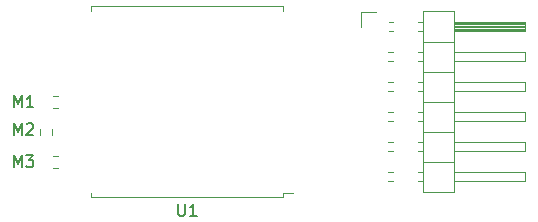
<source format=gbr>
%TF.GenerationSoftware,KiCad,Pcbnew,7.0.4*%
%TF.CreationDate,2023-05-26T13:28:04+02:00*%
%TF.ProjectId,RFM9xW_868,52464d39-7857-45f3-9836-382e6b696361,rev?*%
%TF.SameCoordinates,Original*%
%TF.FileFunction,Legend,Top*%
%TF.FilePolarity,Positive*%
%FSLAX46Y46*%
G04 Gerber Fmt 4.6, Leading zero omitted, Abs format (unit mm)*
G04 Created by KiCad (PCBNEW 7.0.4) date 2023-05-26 13:28:04*
%MOMM*%
%LPD*%
G01*
G04 APERTURE LIST*
%ADD10C,0.150000*%
%ADD11C,0.120000*%
G04 APERTURE END LIST*
D10*
%TO.C,M3*%
X119205476Y-55064819D02*
X119205476Y-54064819D01*
X119205476Y-54064819D02*
X119538809Y-54779104D01*
X119538809Y-54779104D02*
X119872142Y-54064819D01*
X119872142Y-54064819D02*
X119872142Y-55064819D01*
X120253095Y-54064819D02*
X120872142Y-54064819D01*
X120872142Y-54064819D02*
X120538809Y-54445771D01*
X120538809Y-54445771D02*
X120681666Y-54445771D01*
X120681666Y-54445771D02*
X120776904Y-54493390D01*
X120776904Y-54493390D02*
X120824523Y-54541009D01*
X120824523Y-54541009D02*
X120872142Y-54636247D01*
X120872142Y-54636247D02*
X120872142Y-54874342D01*
X120872142Y-54874342D02*
X120824523Y-54969580D01*
X120824523Y-54969580D02*
X120776904Y-55017200D01*
X120776904Y-55017200D02*
X120681666Y-55064819D01*
X120681666Y-55064819D02*
X120395952Y-55064819D01*
X120395952Y-55064819D02*
X120300714Y-55017200D01*
X120300714Y-55017200D02*
X120253095Y-54969580D01*
%TO.C,U1*%
X133128095Y-58184819D02*
X133128095Y-58994342D01*
X133128095Y-58994342D02*
X133175714Y-59089580D01*
X133175714Y-59089580D02*
X133223333Y-59137200D01*
X133223333Y-59137200D02*
X133318571Y-59184819D01*
X133318571Y-59184819D02*
X133509047Y-59184819D01*
X133509047Y-59184819D02*
X133604285Y-59137200D01*
X133604285Y-59137200D02*
X133651904Y-59089580D01*
X133651904Y-59089580D02*
X133699523Y-58994342D01*
X133699523Y-58994342D02*
X133699523Y-58184819D01*
X134699523Y-59184819D02*
X134128095Y-59184819D01*
X134413809Y-59184819D02*
X134413809Y-58184819D01*
X134413809Y-58184819D02*
X134318571Y-58327676D01*
X134318571Y-58327676D02*
X134223333Y-58422914D01*
X134223333Y-58422914D02*
X134128095Y-58470533D01*
%TO.C,M1*%
X119205476Y-49984819D02*
X119205476Y-48984819D01*
X119205476Y-48984819D02*
X119538809Y-49699104D01*
X119538809Y-49699104D02*
X119872142Y-48984819D01*
X119872142Y-48984819D02*
X119872142Y-49984819D01*
X120872142Y-49984819D02*
X120300714Y-49984819D01*
X120586428Y-49984819D02*
X120586428Y-48984819D01*
X120586428Y-48984819D02*
X120491190Y-49127676D01*
X120491190Y-49127676D02*
X120395952Y-49222914D01*
X120395952Y-49222914D02*
X120300714Y-49270533D01*
%TO.C,M2*%
X119205476Y-52334819D02*
X119205476Y-51334819D01*
X119205476Y-51334819D02*
X119538809Y-52049104D01*
X119538809Y-52049104D02*
X119872142Y-51334819D01*
X119872142Y-51334819D02*
X119872142Y-52334819D01*
X120300714Y-51430057D02*
X120348333Y-51382438D01*
X120348333Y-51382438D02*
X120443571Y-51334819D01*
X120443571Y-51334819D02*
X120681666Y-51334819D01*
X120681666Y-51334819D02*
X120776904Y-51382438D01*
X120776904Y-51382438D02*
X120824523Y-51430057D01*
X120824523Y-51430057D02*
X120872142Y-51525295D01*
X120872142Y-51525295D02*
X120872142Y-51620533D01*
X120872142Y-51620533D02*
X120824523Y-51763390D01*
X120824523Y-51763390D02*
X120253095Y-52334819D01*
X120253095Y-52334819D02*
X120872142Y-52334819D01*
D11*
%TO.C,J1*%
X148590000Y-41910000D02*
X149860000Y-41910000D01*
X148590000Y-43180000D02*
X148590000Y-41910000D01*
X150902929Y-45340000D02*
X151357071Y-45340000D01*
X150902929Y-46100000D02*
X151357071Y-46100000D01*
X150902929Y-47880000D02*
X151357071Y-47880000D01*
X150902929Y-48640000D02*
X151357071Y-48640000D01*
X150902929Y-50420000D02*
X151357071Y-50420000D01*
X150902929Y-51180000D02*
X151357071Y-51180000D01*
X150902929Y-52960000D02*
X151357071Y-52960000D01*
X150902929Y-53720000D02*
X151357071Y-53720000D01*
X150902929Y-55500000D02*
X151357071Y-55500000D01*
X150902929Y-56260000D02*
X151357071Y-56260000D01*
X150970000Y-42800000D02*
X151357071Y-42800000D01*
X150970000Y-43560000D02*
X151357071Y-43560000D01*
X153442929Y-42800000D02*
X153840000Y-42800000D01*
X153442929Y-43560000D02*
X153840000Y-43560000D01*
X153442929Y-45340000D02*
X153840000Y-45340000D01*
X153442929Y-46100000D02*
X153840000Y-46100000D01*
X153442929Y-47880000D02*
X153840000Y-47880000D01*
X153442929Y-48640000D02*
X153840000Y-48640000D01*
X153442929Y-50420000D02*
X153840000Y-50420000D01*
X153442929Y-51180000D02*
X153840000Y-51180000D01*
X153442929Y-52960000D02*
X153840000Y-52960000D01*
X153442929Y-53720000D02*
X153840000Y-53720000D01*
X153442929Y-55500000D02*
X153840000Y-55500000D01*
X153442929Y-56260000D02*
X153840000Y-56260000D01*
X153840000Y-41850000D02*
X153840000Y-57210000D01*
X153840000Y-44450000D02*
X156500000Y-44450000D01*
X153840000Y-46990000D02*
X156500000Y-46990000D01*
X153840000Y-49530000D02*
X156500000Y-49530000D01*
X153840000Y-52070000D02*
X156500000Y-52070000D01*
X153840000Y-54610000D02*
X156500000Y-54610000D01*
X153840000Y-57210000D02*
X156500000Y-57210000D01*
X156500000Y-41850000D02*
X153840000Y-41850000D01*
X156500000Y-42800000D02*
X162500000Y-42800000D01*
X156500000Y-42860000D02*
X162500000Y-42860000D01*
X156500000Y-42980000D02*
X162500000Y-42980000D01*
X156500000Y-43100000D02*
X162500000Y-43100000D01*
X156500000Y-43220000D02*
X162500000Y-43220000D01*
X156500000Y-43340000D02*
X162500000Y-43340000D01*
X156500000Y-43460000D02*
X162500000Y-43460000D01*
X156500000Y-45340000D02*
X162500000Y-45340000D01*
X156500000Y-47880000D02*
X162500000Y-47880000D01*
X156500000Y-50420000D02*
X162500000Y-50420000D01*
X156500000Y-52960000D02*
X162500000Y-52960000D01*
X156500000Y-55500000D02*
X162500000Y-55500000D01*
X156500000Y-57210000D02*
X156500000Y-41850000D01*
X162500000Y-42800000D02*
X162500000Y-43560000D01*
X162500000Y-43560000D02*
X156500000Y-43560000D01*
X162500000Y-45340000D02*
X162500000Y-46100000D01*
X162500000Y-46100000D02*
X156500000Y-46100000D01*
X162500000Y-47880000D02*
X162500000Y-48640000D01*
X162500000Y-48640000D02*
X156500000Y-48640000D01*
X162500000Y-50420000D02*
X162500000Y-51180000D01*
X162500000Y-51180000D02*
X156500000Y-51180000D01*
X162500000Y-52960000D02*
X162500000Y-53720000D01*
X162500000Y-53720000D02*
X156500000Y-53720000D01*
X162500000Y-55500000D02*
X162500000Y-56260000D01*
X162500000Y-56260000D02*
X156500000Y-56260000D01*
%TO.C,M3*%
X122507742Y-54087500D02*
X122982258Y-54087500D01*
X122507742Y-55132500D02*
X122982258Y-55132500D01*
%TO.C,U1*%
X141990000Y-57630000D02*
X141990000Y-57280000D01*
X141990000Y-57630000D02*
X125790000Y-57630000D01*
X141990000Y-57280000D02*
X142890000Y-57280000D01*
X141990000Y-41830000D02*
X141990000Y-41430000D01*
X141990000Y-41430000D02*
X125790000Y-41430000D01*
X125790000Y-57630000D02*
X125790000Y-57230000D01*
X125790000Y-41430000D02*
X125790000Y-41830000D01*
%TO.C,M1*%
X122507742Y-49007500D02*
X122982258Y-49007500D01*
X122507742Y-50052500D02*
X122982258Y-50052500D01*
%TO.C,M2*%
X122442500Y-51832742D02*
X122442500Y-52307258D01*
X121397500Y-51832742D02*
X121397500Y-52307258D01*
%TD*%
M02*

</source>
